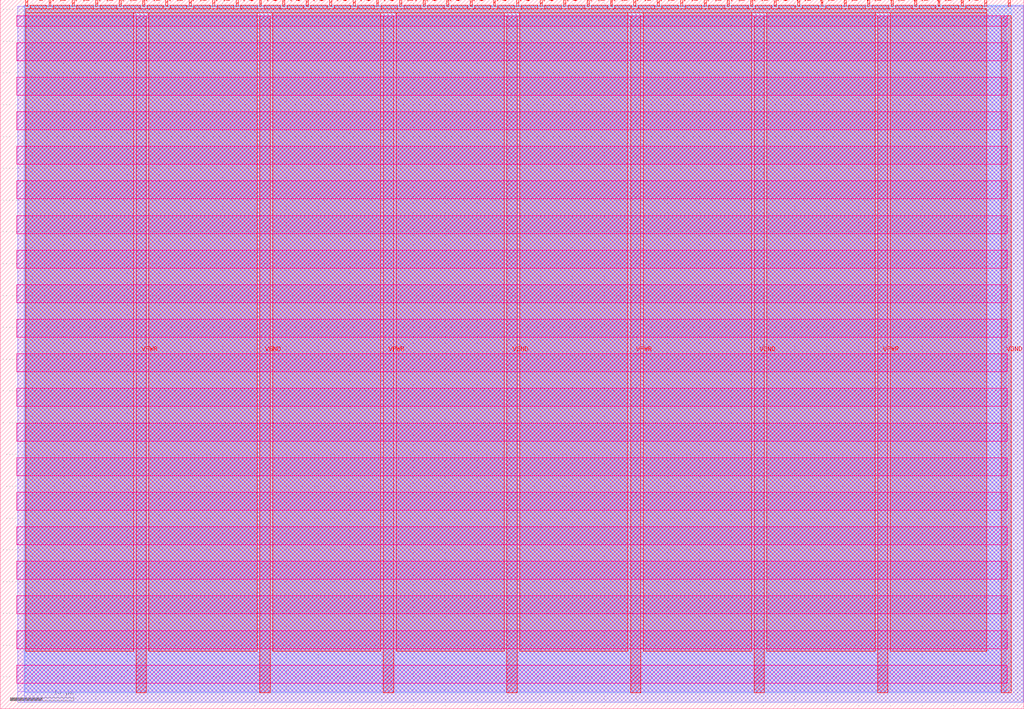
<source format=lef>
VERSION 5.7 ;
  NOWIREEXTENSIONATPIN ON ;
  DIVIDERCHAR "/" ;
  BUSBITCHARS "[]" ;
MACRO tt_um_vga_snake
  CLASS BLOCK ;
  FOREIGN tt_um_vga_snake ;
  ORIGIN 0.000 0.000 ;
  SIZE 161.000 BY 111.520 ;
  PIN VGND
    DIRECTION INOUT ;
    USE GROUND ;
    PORT
      LAYER met4 ;
        RECT 40.830 2.480 42.430 109.040 ;
    END
    PORT
      LAYER met4 ;
        RECT 79.700 2.480 81.300 109.040 ;
    END
    PORT
      LAYER met4 ;
        RECT 118.570 2.480 120.170 109.040 ;
    END
    PORT
      LAYER met4 ;
        RECT 157.440 2.480 159.040 109.040 ;
    END
  END VGND
  PIN VPWR
    DIRECTION INOUT ;
    USE POWER ;
    PORT
      LAYER met4 ;
        RECT 21.395 2.480 22.995 109.040 ;
    END
    PORT
      LAYER met4 ;
        RECT 60.265 2.480 61.865 109.040 ;
    END
    PORT
      LAYER met4 ;
        RECT 99.135 2.480 100.735 109.040 ;
    END
    PORT
      LAYER met4 ;
        RECT 138.005 2.480 139.605 109.040 ;
    END
  END VPWR
  PIN clk
    DIRECTION INPUT ;
    USE SIGNAL ;
    ANTENNAGATEAREA 0.852000 ;
    PORT
      LAYER met4 ;
        RECT 154.870 110.520 155.170 111.520 ;
    END
  END clk
  PIN ena
    DIRECTION INPUT ;
    USE SIGNAL ;
    PORT
      LAYER met4 ;
        RECT 158.550 110.520 158.850 111.520 ;
    END
  END ena
  PIN rst_n
    DIRECTION INPUT ;
    USE SIGNAL ;
    ANTENNAGATEAREA 0.213000 ;
    PORT
      LAYER met4 ;
        RECT 151.190 110.520 151.490 111.520 ;
    END
  END rst_n
  PIN ui_in[0]
    DIRECTION INPUT ;
    USE SIGNAL ;
    ANTENNAGATEAREA 0.196500 ;
    PORT
      LAYER met4 ;
        RECT 147.510 110.520 147.810 111.520 ;
    END
  END ui_in[0]
  PIN ui_in[1]
    DIRECTION INPUT ;
    USE SIGNAL ;
    ANTENNAGATEAREA 0.196500 ;
    ANTENNADIFFAREA 0.434700 ;
    PORT
      LAYER met4 ;
        RECT 143.830 110.520 144.130 111.520 ;
    END
  END ui_in[1]
  PIN ui_in[2]
    DIRECTION INPUT ;
    USE SIGNAL ;
    ANTENNAGATEAREA 0.196500 ;
    PORT
      LAYER met4 ;
        RECT 140.150 110.520 140.450 111.520 ;
    END
  END ui_in[2]
  PIN ui_in[3]
    DIRECTION INPUT ;
    USE SIGNAL ;
    ANTENNAGATEAREA 0.196500 ;
    ANTENNADIFFAREA 0.434700 ;
    PORT
      LAYER met4 ;
        RECT 136.470 110.520 136.770 111.520 ;
    END
  END ui_in[3]
  PIN ui_in[4]
    DIRECTION INPUT ;
    USE SIGNAL ;
    PORT
      LAYER met4 ;
        RECT 132.790 110.520 133.090 111.520 ;
    END
  END ui_in[4]
  PIN ui_in[5]
    DIRECTION INPUT ;
    USE SIGNAL ;
    PORT
      LAYER met4 ;
        RECT 129.110 110.520 129.410 111.520 ;
    END
  END ui_in[5]
  PIN ui_in[6]
    DIRECTION INPUT ;
    USE SIGNAL ;
    PORT
      LAYER met4 ;
        RECT 125.430 110.520 125.730 111.520 ;
    END
  END ui_in[6]
  PIN ui_in[7]
    DIRECTION INPUT ;
    USE SIGNAL ;
    PORT
      LAYER met4 ;
        RECT 121.750 110.520 122.050 111.520 ;
    END
  END ui_in[7]
  PIN uio_in[0]
    DIRECTION INPUT ;
    USE SIGNAL ;
    PORT
      LAYER met4 ;
        RECT 118.070 110.520 118.370 111.520 ;
    END
  END uio_in[0]
  PIN uio_in[1]
    DIRECTION INPUT ;
    USE SIGNAL ;
    PORT
      LAYER met4 ;
        RECT 114.390 110.520 114.690 111.520 ;
    END
  END uio_in[1]
  PIN uio_in[2]
    DIRECTION INPUT ;
    USE SIGNAL ;
    PORT
      LAYER met4 ;
        RECT 110.710 110.520 111.010 111.520 ;
    END
  END uio_in[2]
  PIN uio_in[3]
    DIRECTION INPUT ;
    USE SIGNAL ;
    PORT
      LAYER met4 ;
        RECT 107.030 110.520 107.330 111.520 ;
    END
  END uio_in[3]
  PIN uio_in[4]
    DIRECTION INPUT ;
    USE SIGNAL ;
    PORT
      LAYER met4 ;
        RECT 103.350 110.520 103.650 111.520 ;
    END
  END uio_in[4]
  PIN uio_in[5]
    DIRECTION INPUT ;
    USE SIGNAL ;
    PORT
      LAYER met4 ;
        RECT 99.670 110.520 99.970 111.520 ;
    END
  END uio_in[5]
  PIN uio_in[6]
    DIRECTION INPUT ;
    USE SIGNAL ;
    PORT
      LAYER met4 ;
        RECT 95.990 110.520 96.290 111.520 ;
    END
  END uio_in[6]
  PIN uio_in[7]
    DIRECTION INPUT ;
    USE SIGNAL ;
    PORT
      LAYER met4 ;
        RECT 92.310 110.520 92.610 111.520 ;
    END
  END uio_in[7]
  PIN uio_oe[0]
    DIRECTION OUTPUT TRISTATE ;
    USE SIGNAL ;
    PORT
      LAYER met4 ;
        RECT 29.750 110.520 30.050 111.520 ;
    END
  END uio_oe[0]
  PIN uio_oe[1]
    DIRECTION OUTPUT TRISTATE ;
    USE SIGNAL ;
    PORT
      LAYER met4 ;
        RECT 26.070 110.520 26.370 111.520 ;
    END
  END uio_oe[1]
  PIN uio_oe[2]
    DIRECTION OUTPUT TRISTATE ;
    USE SIGNAL ;
    PORT
      LAYER met4 ;
        RECT 22.390 110.520 22.690 111.520 ;
    END
  END uio_oe[2]
  PIN uio_oe[3]
    DIRECTION OUTPUT TRISTATE ;
    USE SIGNAL ;
    PORT
      LAYER met4 ;
        RECT 18.710 110.520 19.010 111.520 ;
    END
  END uio_oe[3]
  PIN uio_oe[4]
    DIRECTION OUTPUT TRISTATE ;
    USE SIGNAL ;
    PORT
      LAYER met4 ;
        RECT 15.030 110.520 15.330 111.520 ;
    END
  END uio_oe[4]
  PIN uio_oe[5]
    DIRECTION OUTPUT TRISTATE ;
    USE SIGNAL ;
    PORT
      LAYER met4 ;
        RECT 11.350 110.520 11.650 111.520 ;
    END
  END uio_oe[5]
  PIN uio_oe[6]
    DIRECTION OUTPUT TRISTATE ;
    USE SIGNAL ;
    PORT
      LAYER met4 ;
        RECT 7.670 110.520 7.970 111.520 ;
    END
  END uio_oe[6]
  PIN uio_oe[7]
    DIRECTION OUTPUT TRISTATE ;
    USE SIGNAL ;
    PORT
      LAYER met4 ;
        RECT 3.990 110.520 4.290 111.520 ;
    END
  END uio_oe[7]
  PIN uio_out[0]
    DIRECTION OUTPUT TRISTATE ;
    USE SIGNAL ;
    PORT
      LAYER met4 ;
        RECT 59.190 110.520 59.490 111.520 ;
    END
  END uio_out[0]
  PIN uio_out[1]
    DIRECTION OUTPUT TRISTATE ;
    USE SIGNAL ;
    PORT
      LAYER met4 ;
        RECT 55.510 110.520 55.810 111.520 ;
    END
  END uio_out[1]
  PIN uio_out[2]
    DIRECTION OUTPUT TRISTATE ;
    USE SIGNAL ;
    PORT
      LAYER met4 ;
        RECT 51.830 110.520 52.130 111.520 ;
    END
  END uio_out[2]
  PIN uio_out[3]
    DIRECTION OUTPUT TRISTATE ;
    USE SIGNAL ;
    PORT
      LAYER met4 ;
        RECT 48.150 110.520 48.450 111.520 ;
    END
  END uio_out[3]
  PIN uio_out[4]
    DIRECTION OUTPUT TRISTATE ;
    USE SIGNAL ;
    PORT
      LAYER met4 ;
        RECT 44.470 110.520 44.770 111.520 ;
    END
  END uio_out[4]
  PIN uio_out[5]
    DIRECTION OUTPUT TRISTATE ;
    USE SIGNAL ;
    PORT
      LAYER met4 ;
        RECT 40.790 110.520 41.090 111.520 ;
    END
  END uio_out[5]
  PIN uio_out[6]
    DIRECTION OUTPUT TRISTATE ;
    USE SIGNAL ;
    PORT
      LAYER met4 ;
        RECT 37.110 110.520 37.410 111.520 ;
    END
  END uio_out[6]
  PIN uio_out[7]
    DIRECTION OUTPUT TRISTATE ;
    USE SIGNAL ;
    PORT
      LAYER met4 ;
        RECT 33.430 110.520 33.730 111.520 ;
    END
  END uio_out[7]
  PIN uo_out[0]
    DIRECTION OUTPUT TRISTATE ;
    USE SIGNAL ;
    ANTENNADIFFAREA 0.445500 ;
    PORT
      LAYER met4 ;
        RECT 88.630 110.520 88.930 111.520 ;
    END
  END uo_out[0]
  PIN uo_out[1]
    DIRECTION OUTPUT TRISTATE ;
    USE SIGNAL ;
    ANTENNADIFFAREA 0.445500 ;
    PORT
      LAYER met4 ;
        RECT 84.950 110.520 85.250 111.520 ;
    END
  END uo_out[1]
  PIN uo_out[2]
    DIRECTION OUTPUT TRISTATE ;
    USE SIGNAL ;
    ANTENNADIFFAREA 0.445500 ;
    PORT
      LAYER met4 ;
        RECT 81.270 110.520 81.570 111.520 ;
    END
  END uo_out[2]
  PIN uo_out[3]
    DIRECTION OUTPUT TRISTATE ;
    USE SIGNAL ;
    ANTENNADIFFAREA 0.795200 ;
    PORT
      LAYER met4 ;
        RECT 77.590 110.520 77.890 111.520 ;
    END
  END uo_out[3]
  PIN uo_out[4]
    DIRECTION OUTPUT TRISTATE ;
    USE SIGNAL ;
    ANTENNAGATEAREA 0.159000 ;
    ANTENNADIFFAREA 0.924000 ;
    PORT
      LAYER met4 ;
        RECT 73.910 110.520 74.210 111.520 ;
    END
  END uo_out[4]
  PIN uo_out[5]
    DIRECTION OUTPUT TRISTATE ;
    USE SIGNAL ;
    ANTENNAGATEAREA 0.159000 ;
    ANTENNADIFFAREA 0.795200 ;
    PORT
      LAYER met4 ;
        RECT 70.230 110.520 70.530 111.520 ;
    END
  END uo_out[5]
  PIN uo_out[6]
    DIRECTION OUTPUT TRISTATE ;
    USE SIGNAL ;
    ANTENNAGATEAREA 0.159000 ;
    ANTENNADIFFAREA 1.593000 ;
    PORT
      LAYER met4 ;
        RECT 66.550 110.520 66.850 111.520 ;
    END
  END uo_out[6]
  PIN uo_out[7]
    DIRECTION OUTPUT TRISTATE ;
    USE SIGNAL ;
    ANTENNADIFFAREA 0.445500 ;
    PORT
      LAYER met4 ;
        RECT 62.870 110.520 63.170 111.520 ;
    END
  END uo_out[7]
  OBS
      LAYER nwell ;
        RECT 2.570 107.385 158.430 108.990 ;
        RECT 2.570 101.945 158.430 104.775 ;
        RECT 2.570 96.505 158.430 99.335 ;
        RECT 2.570 91.065 158.430 93.895 ;
        RECT 2.570 85.625 158.430 88.455 ;
        RECT 2.570 80.185 158.430 83.015 ;
        RECT 2.570 74.745 158.430 77.575 ;
        RECT 2.570 69.305 158.430 72.135 ;
        RECT 2.570 63.865 158.430 66.695 ;
        RECT 2.570 58.425 158.430 61.255 ;
        RECT 2.570 52.985 158.430 55.815 ;
        RECT 2.570 47.545 158.430 50.375 ;
        RECT 2.570 42.105 158.430 44.935 ;
        RECT 2.570 36.665 158.430 39.495 ;
        RECT 2.570 31.225 158.430 34.055 ;
        RECT 2.570 25.785 158.430 28.615 ;
        RECT 2.570 20.345 158.430 23.175 ;
        RECT 2.570 14.905 158.430 17.735 ;
        RECT 2.570 9.465 158.430 12.295 ;
        RECT 2.570 4.025 158.430 6.855 ;
      LAYER li1 ;
        RECT 2.760 2.635 158.240 108.885 ;
      LAYER met1 ;
        RECT 2.760 1.060 160.930 110.460 ;
      LAYER met2 ;
        RECT 3.780 1.030 160.900 110.685 ;
      LAYER met3 ;
        RECT 3.950 2.555 159.030 110.665 ;
      LAYER met4 ;
        RECT 4.690 110.120 7.270 110.665 ;
        RECT 8.370 110.120 10.950 110.665 ;
        RECT 12.050 110.120 14.630 110.665 ;
        RECT 15.730 110.120 18.310 110.665 ;
        RECT 19.410 110.120 21.990 110.665 ;
        RECT 23.090 110.120 25.670 110.665 ;
        RECT 26.770 110.120 29.350 110.665 ;
        RECT 30.450 110.120 33.030 110.665 ;
        RECT 34.130 110.120 36.710 110.665 ;
        RECT 37.810 110.120 40.390 110.665 ;
        RECT 41.490 110.120 44.070 110.665 ;
        RECT 45.170 110.120 47.750 110.665 ;
        RECT 48.850 110.120 51.430 110.665 ;
        RECT 52.530 110.120 55.110 110.665 ;
        RECT 56.210 110.120 58.790 110.665 ;
        RECT 59.890 110.120 62.470 110.665 ;
        RECT 63.570 110.120 66.150 110.665 ;
        RECT 67.250 110.120 69.830 110.665 ;
        RECT 70.930 110.120 73.510 110.665 ;
        RECT 74.610 110.120 77.190 110.665 ;
        RECT 78.290 110.120 80.870 110.665 ;
        RECT 81.970 110.120 84.550 110.665 ;
        RECT 85.650 110.120 88.230 110.665 ;
        RECT 89.330 110.120 91.910 110.665 ;
        RECT 93.010 110.120 95.590 110.665 ;
        RECT 96.690 110.120 99.270 110.665 ;
        RECT 100.370 110.120 102.950 110.665 ;
        RECT 104.050 110.120 106.630 110.665 ;
        RECT 107.730 110.120 110.310 110.665 ;
        RECT 111.410 110.120 113.990 110.665 ;
        RECT 115.090 110.120 117.670 110.665 ;
        RECT 118.770 110.120 121.350 110.665 ;
        RECT 122.450 110.120 125.030 110.665 ;
        RECT 126.130 110.120 128.710 110.665 ;
        RECT 129.810 110.120 132.390 110.665 ;
        RECT 133.490 110.120 136.070 110.665 ;
        RECT 137.170 110.120 139.750 110.665 ;
        RECT 140.850 110.120 143.430 110.665 ;
        RECT 144.530 110.120 147.110 110.665 ;
        RECT 148.210 110.120 150.790 110.665 ;
        RECT 151.890 110.120 154.470 110.665 ;
        RECT 3.975 109.440 155.185 110.120 ;
        RECT 3.975 9.015 20.995 109.440 ;
        RECT 23.395 9.015 40.430 109.440 ;
        RECT 42.830 9.015 59.865 109.440 ;
        RECT 62.265 9.015 79.300 109.440 ;
        RECT 81.700 9.015 98.735 109.440 ;
        RECT 101.135 9.015 118.170 109.440 ;
        RECT 120.570 9.015 137.605 109.440 ;
        RECT 140.005 9.015 155.185 109.440 ;
  END
END tt_um_vga_snake
END LIBRARY


</source>
